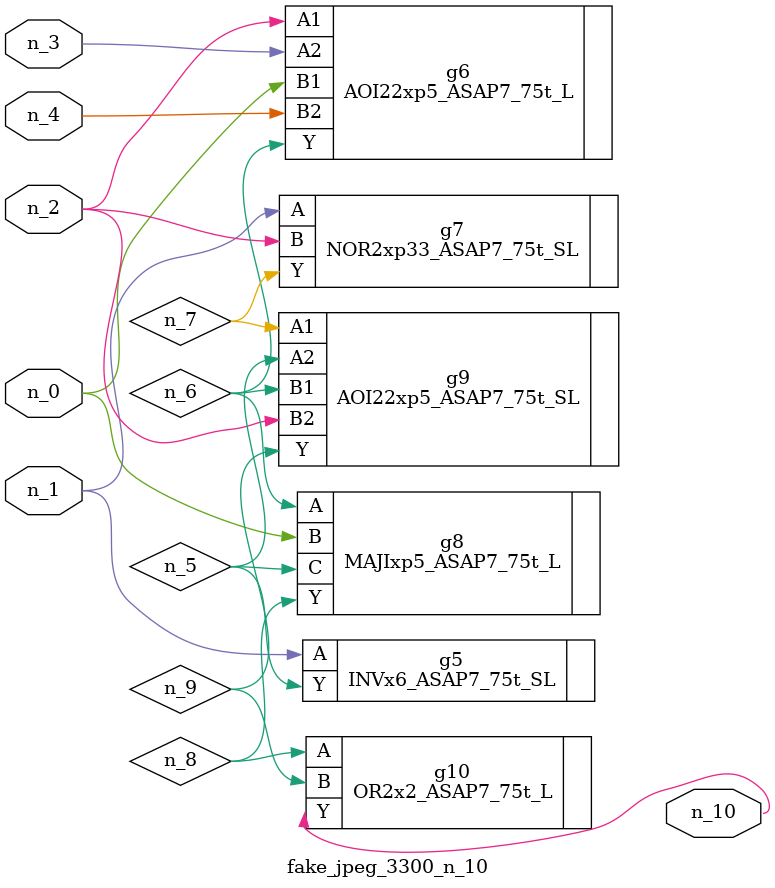
<source format=v>
module fake_jpeg_3300_n_10 (n_3, n_2, n_1, n_0, n_4, n_10);

input n_3;
input n_2;
input n_1;
input n_0;
input n_4;

output n_10;

wire n_8;
wire n_9;
wire n_6;
wire n_5;
wire n_7;

INVx6_ASAP7_75t_SL g5 ( 
.A(n_1),
.Y(n_5)
);

AOI22xp5_ASAP7_75t_L g6 ( 
.A1(n_2),
.A2(n_3),
.B1(n_0),
.B2(n_4),
.Y(n_6)
);

NOR2xp33_ASAP7_75t_SL g7 ( 
.A(n_1),
.B(n_2),
.Y(n_7)
);

MAJIxp5_ASAP7_75t_L g8 ( 
.A(n_6),
.B(n_0),
.C(n_5),
.Y(n_8)
);

OR2x2_ASAP7_75t_L g10 ( 
.A(n_8),
.B(n_9),
.Y(n_10)
);

AOI22xp5_ASAP7_75t_SL g9 ( 
.A1(n_7),
.A2(n_5),
.B1(n_6),
.B2(n_2),
.Y(n_9)
);


endmodule
</source>
